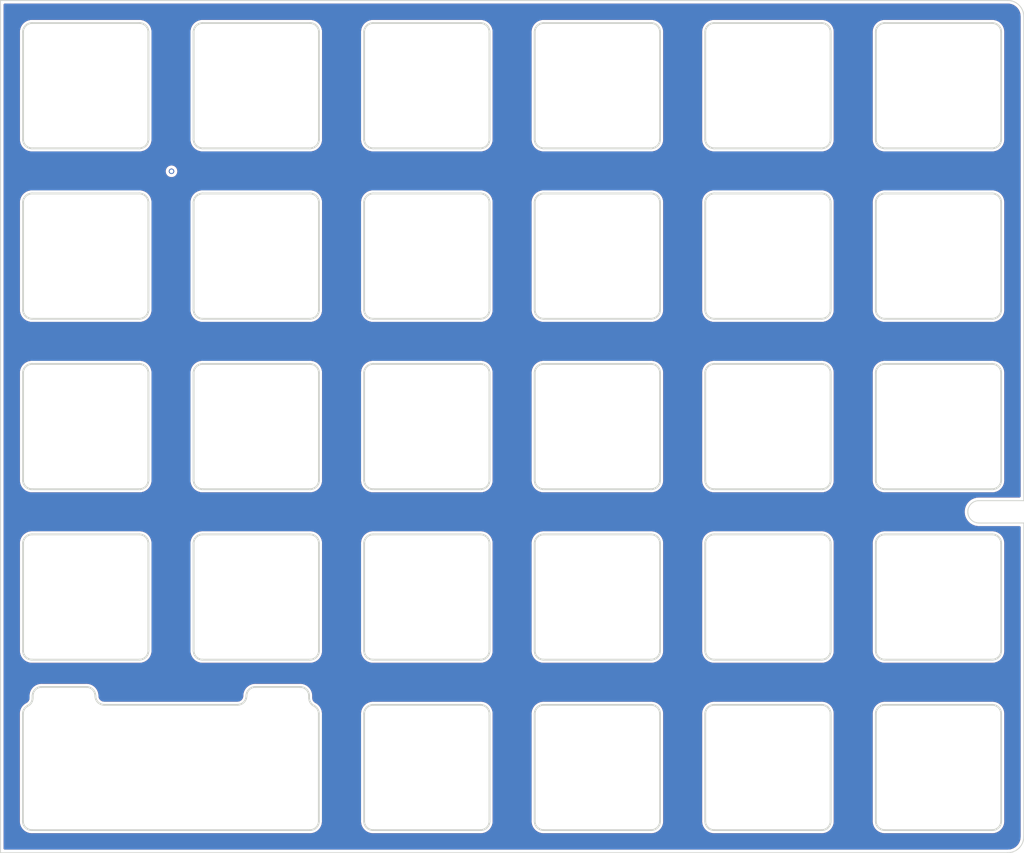
<source format=kicad_pcb>
(kicad_pcb (version 20211014) (generator pcbnew)
  (layers (0 "F.Cu" signal) (31 "B.Cu" signal) (34 "B.Paste" user) (35 "F.Paste" user) (36 "B.SilkS" user "B.Silkscreen") (37 "F.SilkS" user "F.Silkscreen") (38 "B.Mask" user) (39 "F.Mask" user) (44 "Edge.Cuts" user))
  (net 0 "")
  (gr_line (start 216.693932 108.406092) (end 216.693932 143.470433) (layer "Edge.Cuts") (width 0.1))
  (gr_line (start 102.393836 145.256372) (end 214.907993 145.256372) (layer "Edge.Cuts") (width 0.1))
  (gr_line (start 105.9185 109.681) (end 117.9185 109.681) (layer "Edge.Cuts") (width 0.2))
  (gr_line (start 104.9185 72.581) (end 104.9185 84.581) (layer "Edge.Cuts") (width 0.2))
  (gr_arc (start 182.1185 104.631) (mid 181.411393 104.338107) (end 181.1185 103.631) (layer "Edge.Cuts") (width 0.2))
  (gr_line (start 163.0685 90.631) (end 175.0685 90.631) (layer "Edge.Cuts") (width 0.2))
  (gr_line (start 104.9185 53.531) (end 104.9185 65.531) (layer "Edge.Cuts") (width 0.2))
  (gr_arc (start 211.694 108.407) (mid 210.444 107.157) (end 211.694 105.907) (layer "Edge.Cuts") (width 0.1))
  (gr_line (start 181.1185 72.581) (end 181.1185 84.581) (layer "Edge.Cuts") (width 0.2))
  (gr_arc (start 175.0685 109.681) (mid 175.775607 109.973893) (end 176.0685 110.681) (layer "Edge.Cuts") (width 0.2))
  (gr_line (start 181.1185 53.531) (end 181.1185 65.531) (layer "Edge.Cuts") (width 0.2))
  (gr_arc (start 182.1185 142.731) (mid 181.411393 142.438107) (end 181.1185 141.731) (layer "Edge.Cuts") (width 0.2))
  (gr_arc (start 175.0685 52.531) (mid 175.775607 52.823893) (end 176.0685 53.531) (layer "Edge.Cuts") (width 0.2))
  (gr_arc (start 137.9685 122.681) (mid 137.675607 123.388107) (end 136.9685 123.681) (layer "Edge.Cuts") (width 0.2))
  (gr_arc (start 176.0685 141.731) (mid 175.775607 142.438107) (end 175.0685 142.731) (layer "Edge.Cuts") (width 0.2))
  (gr_line (start 137.9685 65.531) (end 137.9685 53.531) (layer "Edge.Cuts") (width 0.2))
  (gr_arc (start 214.1685 122.681) (mid 213.875607 123.388107) (end 213.1685 123.681) (layer "Edge.Cuts") (width 0.2))
  (gr_line (start 162.0685 72.581) (end 162.0685 84.581) (layer "Edge.Cuts") (width 0.2))
  (gr_arc (start 176.0685 122.681) (mid 175.775607 123.388107) (end 175.0685 123.681) (layer "Edge.Cuts") (width 0.2))
  (gr_line (start 182.1185 90.631) (end 194.1185 90.631) (layer "Edge.Cuts") (width 0.2))
  (gr_arc (start 143.0185 91.631) (mid 143.311393 90.923893) (end 144.0185 90.631) (layer "Edge.Cuts") (width 0.2))
  (gr_line (start 195.1185 103.631) (end 195.1185 91.631) (layer "Edge.Cuts") (width 0.2))
  (gr_arc (start 123.9685 72.581) (mid 124.261393 71.873893) (end 124.9685 71.581) (layer "Edge.Cuts") (width 0.2))
  (gr_line (start 195.1185 141.731) (end 195.1185 129.731) (layer "Edge.Cuts") (width 0.2))
  (gr_arc (start 156.0185 71.581) (mid 156.725607 71.873893) (end 157.0185 72.581) (layer "Edge.Cuts") (width 0.2))
  (gr_arc (start 124.9685 123.681) (mid 124.261393 123.388107) (end 123.9685 122.681) (layer "Edge.Cuts") (width 0.2))
  (gr_arc (start 195.1185 141.731) (mid 194.825607 142.438107) (end 194.1185 142.731) (layer "Edge.Cuts") (width 0.2))
  (gr_arc (start 162.0685 91.631) (mid 162.361393 90.923893) (end 163.0685 90.631) (layer "Edge.Cuts") (width 0.2))
  (gr_arc (start 135.869001 126.731) (mid 136.576108 127.023894) (end 136.869001 127.731) (layer "Edge.Cuts") (width 0.2))
  (gr_line (start 181.1185 110.681) (end 181.1185 122.681) (layer "Edge.Cuts") (width 0.2))
  (gr_arc (start 195.1185 65.531) (mid 194.825607 66.238107) (end 194.1185 66.531) (layer "Edge.Cuts") (width 0.2))
  (gr_arc (start 143.0185 72.581) (mid 143.311393 71.873893) (end 144.0185 71.581) (layer "Edge.Cuts") (width 0.2))
  (gr_line (start 176.0685 141.731) (end 176.0685 129.731) (layer "Edge.Cuts") (width 0.2))
  (gr_arc (start 118.9185 103.631) (mid 118.625607 104.338107) (end 117.9185 104.631) (layer "Edge.Cuts") (width 0.2))
  (gr_arc (start 136.9685 71.581) (mid 137.675607 71.873893) (end 137.9685 72.581) (layer "Edge.Cuts") (width 0.2))
  (gr_line (start 213.1685 66.531) (end 201.1685 66.531) (layer "Edge.Cuts") (width 0.2))
  (gr_line (start 194.1185 85.581) (end 182.1185 85.581) (layer "Edge.Cuts") (width 0.2))
  (gr_arc (start 144.0185 123.681) (mid 143.311393 123.388107) (end 143.0185 122.681) (layer "Edge.Cuts") (width 0.2))
  (gr_arc (start 117.9185 52.531) (mid 118.625607 52.823893) (end 118.9185 53.531) (layer "Edge.Cuts") (width 0.2))
  (gr_arc (start 136.9685 109.681) (mid 137.675607 109.973893) (end 137.9685 110.681) (layer "Edge.Cuts") (width 0.2))
  (gr_arc (start 175.0685 90.631) (mid 175.775607 90.923893) (end 176.0685 91.631) (layer "Edge.Cuts") (width 0.2))
  (gr_arc (start 118.9185 65.531) (mid 118.625607 66.238107) (end 117.9185 66.531) (layer "Edge.Cuts") (width 0.2))
  (gr_arc (start 162.0685 72.581) (mid 162.361393 71.873893) (end 163.0685 71.581) (layer "Edge.Cuts") (width 0.2))
  (gr_arc (start 137.9685 103.631) (mid 137.675607 104.338107) (end 136.9685 104.631) (layer "Edge.Cuts") (width 0.2))
  (gr_line (start 123.9685 91.631) (end 123.9685 103.631) (layer "Edge.Cuts") (width 0.2))
  (gr_line (start 143.0185 129.731) (end 143.0185 141.731) (layer "Edge.Cuts") (width 0.2))
  (gr_arc (start 156.0185 128.731) (mid 156.725607 129.023893) (end 157.0185 129.731) (layer "Edge.Cuts") (width 0.2))
  (gr_arc (start 213.1685 109.681) (mid 213.875607 109.973893) (end 214.1685 110.681) (layer "Edge.Cuts") (width 0.2))
  (gr_line (start 117.9185 123.681) (end 105.9185 123.681) (layer "Edge.Cuts") (width 0.2))
  (gr_arc (start 143.0185 53.531) (mid 143.311393 52.823893) (end 144.0185 52.531) (layer "Edge.Cuts") (width 0.2))
  (gr_arc (start 182.1185 123.681) (mid 181.411393 123.388107) (end 181.1185 122.681) (layer "Edge.Cuts") (width 0.2))
  (gr_arc (start 156.0185 52.531) (mid 156.725607 52.823893) (end 157.0185 53.531) (layer "Edge.Cuts") (width 0.2))
  (gr_line (start 136.9685 123.681) (end 124.9685 123.681) (layer "Edge.Cuts") (width 0.2))
  (gr_arc (start 216.693932 143.470433) (mid 216.170843 144.733283) (end 214.907993 145.256372) (layer "Edge.Cuts") (width 0.1))
  (gr_line (start 200.1685 110.681) (end 200.1685 122.681) (layer "Edge.Cuts") (width 0.2))
  (gr_arc (start 105.9185 104.631) (mid 105.211393 104.338107) (end 104.9185 103.631) (layer "Edge.Cuts") (width 0.2))
  (gr_line (start 157.0185 65.531) (end 157.0185 53.531) (layer "Edge.Cuts") (width 0.2))
  (gr_arc (start 137.4125 128.841277) (mid 137.015639 128.472841) (end 136.869 127.951554) (layer "Edge.Cuts") (width 0.2))
  (gr_arc (start 194.1185 109.681) (mid 194.825607 109.973893) (end 195.1185 110.681) (layer "Edge.Cuts") (width 0.2))
  (gr_line (start 194.1185 142.731) (end 182.1185 142.731) (layer "Edge.Cuts") (width 0.2))
  (gr_arc (start 123.9685 91.631) (mid 124.261393 90.923893) (end 124.9685 90.631) (layer "Edge.Cuts") (width 0.2))
  (gr_line (start 163.0685 71.581) (end 175.0685 71.581) (layer "Edge.Cuts") (width 0.2))
  (gr_arc (start 194.1185 52.531) (mid 194.825607 52.823893) (end 195.1185 53.531) (layer "Edge.Cuts") (width 0.2))
  (gr_line (start 124.9685 109.681) (end 136.9685 109.681) (layer "Edge.Cuts") (width 0.2))
  (gr_arc (start 137.4125 128.841277) (mid 137.809377 129.209704) (end 137.956 129.731) (layer "Edge.Cuts") (width 0.2))
  (gr_arc (start 124.9685 104.631) (mid 124.261393 104.338107) (end 123.9685 103.631) (layer "Edge.Cuts") (width 0.2))
  (gr_line (start 176.0685 65.531) (end 176.0685 53.531) (layer "Edge.Cuts") (width 0.2))
  (gr_arc (start 181.1185 110.681) (mid 181.411393 109.973893) (end 182.1185 109.681) (layer "Edge.Cuts") (width 0.2))
  (gr_line (start 200.1685 53.531) (end 200.1685 65.531) (layer "Edge.Cuts") (width 0.2))
  (gr_line (start 105.9185 52.531) (end 117.9185 52.531) (layer "Edge.Cuts") (width 0.2))
  (gr_arc (start 200.1685 72.581) (mid 200.461393 71.873893) (end 201.1685 71.581) (layer "Edge.Cuts") (width 0.2))
  (gr_line (start 200.1685 91.631) (end 200.1685 103.631) (layer "Edge.Cuts") (width 0.2))
  (gr_arc (start 213.1685 128.731) (mid 213.875607 129.023893) (end 214.1685 129.731) (layer "Edge.Cuts") (width 0.2))
  (gr_arc (start 105.9185 66.531) (mid 105.211393 66.238107) (end 104.9185 65.531) (layer "Edge.Cuts") (width 0.2))
  (gr_line (start 136.9685 85.581) (end 124.9685 85.581) (layer "Edge.Cuts") (width 0.2))
  (gr_line (start 137.9685 122.681) (end 137.9685 110.681) (layer "Edge.Cuts") (width 0.2))
  (gr_arc (start 113.993 128.731) (mid 113.2859 128.438104) (end 112.993 127.731) (layer "Edge.Cuts") (width 0.2))
  (gr_line (start 162.0685 91.631) (end 162.0685 103.631) (layer "Edge.Cuts") (width 0.2))
  (gr_arc (start 181.1185 53.531) (mid 181.411393 52.823893) (end 182.1185 52.531) (layer "Edge.Cuts") (width 0.2))
  (gr_line (start 182.1185 128.731) (end 194.1185 128.731) (layer "Edge.Cuts") (width 0.2))
  (gr_line (start 117.9185 66.531) (end 105.9185 66.531) (layer "Edge.Cuts") (width 0.2))
  (gr_arc (start 144.0185 85.581) (mid 143.311393 85.288107) (end 143.0185 84.581) (layer "Edge.Cuts") (width 0.2))
  (gr_line (start 214.1685 122.681) (end 214.1685 110.681) (layer "Edge.Cuts") (width 0.2))
  (gr_arc (start 111.993 126.731) (mid 112.700114 127.02389) (end 112.993 127.731) (layer "Edge.Cuts") (width 0.2))
  (gr_line (start 201.1685 52.531) (end 213.1685 52.531) (layer "Edge.Cuts") (width 0.2))
  (gr_line (start 136.9685 66.531) (end 124.9685 66.531) (layer "Edge.Cuts") (width 0.2))
  (gr_arc (start 163.0685 142.731) (mid 162.361393 142.438107) (end 162.0685 141.731) (layer "Edge.Cuts") (width 0.2))
  (gr_line (start 175.0685 85.581) (end 163.0685 85.581) (layer "Edge.Cuts") (width 0.2))
  (gr_line (start 216.693932 51.792231) (end 216.693932 105.906588) (layer "Edge.Cuts") (width 0.1))
  (gr_arc (start 157.0185 103.631) (mid 156.725607 104.338107) (end 156.0185 104.631) (layer "Edge.Cuts") (width 0.2))
  (gr_line (start 144.0185 109.681) (end 156.0185 109.681) (layer "Edge.Cuts") (width 0.2))
  (gr_line (start 162.0685 110.681) (end 162.0685 122.681) (layer "Edge.Cuts") (width 0.2))
  (gr_line (start 195.1185 122.681) (end 195.1185 110.681) (layer "Edge.Cuts") (width 0.2))
  (gr_line (start 194.1185 123.681) (end 182.1185 123.681) (layer "Edge.Cuts") (width 0.2))
  (gr_line (start 118.9185 122.681) (end 118.9185 110.681) (layer "Edge.Cuts") (width 0.2))
  (gr_arc (start 104.9185 110.681) (mid 105.211393 109.973893) (end 105.9185 109.681) (layer "Edge.Cuts") (width 0.2))
  (gr_arc (start 200.1685 91.631) (mid 200.461393 90.923893) (end 201.1685 90.631) (layer "Edge.Cuts") (width 0.2))
  (gr_line (start 124.9685 90.631) (end 136.9685 90.631) (layer "Edge.Cuts") (width 0.2))
  (gr_line (start 118.9185 84.581) (end 118.9185 72.581) (layer "Edge.Cuts") (width 0.2))
  (gr_line (start 124.9685 52.531) (end 136.9685 52.531) (layer "Edge.Cuts") (width 0.2))
  (gr_line (start 144.0185 128.731) (end 156.0185 128.731) (layer "Edge.Cuts") (width 0.2))
  (gr_line (start 106.993 126.731) (end 111.993 126.731) (layer "Edge.Cuts") (width 0.2))
  (gr_line (start 143.0185 72.581) (end 143.0185 84.581) (layer "Edge.Cuts") (width 0.2))
  (gr_line (start 157.0185 122.681) (end 157.0185 110.681) (layer "Edge.Cuts") (width 0.2))
  (gr_line (start 143.0185 53.531) (end 143.0185 65.531) (layer "Edge.Cuts") (width 0.2))
  (gr_arc (start 163.0685 123.681) (mid 162.361393 123.388107) (end 162.0685 122.681) (layer "Edge.Cuts") (width 0.2))
  (gr_line (start 195.1185 84.581) (end 195.1185 72.581) (layer "Edge.Cuts") (width 0.2))
  (gr_line (start 102.393836 50.006292) (end 102.393836 145.256372) (layer "Edge.Cuts") (width 0.1))
  (gr_line (start 157.0185 84.581) (end 157.0185 72.581) (layer "Edge.Cuts") (width 0.2))
  (gr_arc (start 144.0185 142.731) (mid 143.311393 142.438107) (end 143.0185 141.731) (layer "Edge.Cuts") (width 0.2))
  (gr_arc (start 137.9685 65.531) (mid 137.675607 66.238107) (end 136.9685 66.531) (layer "Edge.Cuts") (width 0.2))
  (gr_line (start 156.0185 104.631) (end 144.0185 104.631) (layer "Edge.Cuts") (width 0.2))
  (gr_arc (start 214.1685 84.581) (mid 213.875607 85.288107) (end 213.1685 85.581) (layer "Edge.Cuts") (width 0.2))
  (gr_line (start 214.907993 50.006292) (end 102.393836 50.006292) (layer "Edge.Cuts") (width 0.1))
  (gr_line (start 175.0685 66.531) (end 163.0685 66.531) (layer "Edge.Cuts") (width 0.2))
  (gr_line (start 136.956 142.731) (end 105.906 142.731) (layer "Edge.Cuts") (width 0.2))
  (gr_line (start 214.1685 103.631) (end 214.1685 91.631) (layer "Edge.Cuts") (width 0.2))
  (gr_arc (start 136.9685 52.531) (mid 137.675607 52.823893) (end 137.9685 53.531) (layer "Edge.Cuts") (width 0.2))
  (gr_arc (start 117.9185 90.631) (mid 118.625607 90.923893) (end 118.9185 91.631) (layer "Edge.Cuts") (width 0.2))
  (gr_arc (start 162.0685 129.731) (mid 162.361393 129.023893) (end 163.0685 128.731) (layer "Edge.Cuts") (width 0.2))
  (gr_line (start 104.9185 91.631) (end 104.9185 103.631) (layer "Edge.Cuts") (width 0.2))
  (gr_arc (start 143.0185 129.731) (mid 143.311393 129.023893) (end 144.0185 128.731) (layer "Edge.Cuts") (width 0.2))
  (gr_arc (start 214.1685 141.731) (mid 213.875607 142.438107) (end 213.1685 142.731) (layer "Edge.Cuts") (width 0.2))
  (gr_arc (start 195.1185 122.681) (mid 194.825607 123.388107) (end 194.1185 123.681) (layer "Edge.Cuts") (width 0.2))
  (gr_line (start 175.0685 142.731) (end 163.0685 142.731) (layer "Edge.Cuts") (width 0.2))
  (gr_line (start 156.0185 66.531) (end 144.0185 66.531) (layer "Edge.Cuts") (width 0.2))
  (gr_arc (start 144.0185 104.631) (mid 143.311393 104.338107) (end 143.0185 103.631) (layer "Edge.Cuts") (width 0.2))
  (gr_arc (start 163.0685 66.531) (mid 162.361393 66.238107) (end 162.0685 65.531) (layer "Edge.Cuts") (width 0.2))
  (gr_arc (start 156.0185 109.681) (mid 156.725607 109.973893) (end 157.0185 110.681) (layer "Edge.Cuts") (width 0.2))
  (gr_arc (start 176.0685 65.531) (mid 175.775607 66.238107) (end 175.0685 66.531) (layer "Edge.Cuts") (width 0.2))
  (gr_line (start 123.9685 110.681) (end 123.9685 122.681) (layer "Edge.Cuts") (width 0.2))
  (gr_arc (start 176.0685 103.631) (mid 175.775607 104.338107) (end 175.0685 104.631) (layer "Edge.Cuts") (width 0.2))
  (gr_arc (start 104.906 129.731) (mid 105.052626 129.209705) (end 105.4495 128.841277) (layer "Edge.Cuts") (width 0.2))
  (gr_line (start 157.0185 141.731) (end 157.0185 129.731) (layer "Edge.Cuts") (width 0.2))
  (gr_line (start 144.0185 90.631) (end 156.0185 90.631) (layer "Edge.Cuts") (width 0.2))
  (gr_arc (start 124.9685 85.581) (mid 124.261393 85.288107) (end 123.9685 84.581) (layer "Edge.Cuts") (width 0.2))
  (gr_arc (start 175.0685 71.581) (mid 175.775607 71.873893) (end 176.0685 72.581) (layer "Edge.Cuts") (width 0.2))
  (gr_arc (start 118.9185 122.681) (mid 118.625607 123.388107) (end 117.9185 123.681) (layer "Edge.Cuts") (width 0.2))
  (gr_arc (start 123.9685 110.681) (mid 124.261393 109.973893) (end 124.9685 109.681) (layer "Edge.Cuts") (width 0.2))
  (gr_line (start 118.9185 103.631) (end 118.9185 91.631) (layer "Edge.Cuts") (width 0.2))
  (gr_line (start 124.9685 71.581) (end 136.9685 71.581) (layer "Edge.Cuts") (width 0.2))
  (gr_line (start 182.1185 109.681) (end 194.1185 109.681) (layer "Edge.Cuts") (width 0.2))
  (gr_line (start 213.1685 104.631) (end 201.1685 104.631) (layer "Edge.Cuts") (width 0.2))
  (gr_arc (start 194.1185 90.631) (mid 194.825607 90.923893) (end 195.1185 91.631) (layer "Edge.Cuts") (width 0.2))
  (gr_arc (start 129.869 127.731) (mid 129.576109 128.438109) (end 128.869 128.731) (layer "Edge.Cuts") (width 0.2))
  (gr_line (start 213.1685 85.581) (end 201.1685 85.581) (layer "Edge.Cuts") (width 0.2))
  (gr_line (start 214.1685 141.731) (end 214.1685 129.731) (layer "Edge.Cuts") (width 0.2))
  (gr_line (start 143.0185 91.631) (end 143.0185 103.631) (layer "Edge.Cuts") (width 0.2))
  (gr_arc (start 105.993 127.951554) (mid 105.846387 128.472855) (end 105.4495 128.841277) (layer "Edge.Cuts") (width 0.2))
  (gr_line (start 163.0685 52.531) (end 175.0685 52.531) (layer "Edge.Cuts") (width 0.2))
  (gr_line (start 181.1185 91.631) (end 181.1185 103.631) (layer "Edge.Cuts") (width 0.2))
  (gr_arc (start 214.1685 65.531) (mid 213.875607 66.238107) (end 213.1685 66.531) (layer "Edge.Cuts") (width 0.2))
  (gr_line (start 201.1685 128.731) (end 213.1685 128.731) (layer "Edge.Cuts") (width 0.2))
  (gr_arc (start 181.1185 91.631) (mid 181.411393 90.923893) (end 182.1185 90.631) (layer "Edge.Cuts") (width 0.2))
  (gr_arc (start 201.1685 123.681) (mid 200.461393 123.388107) (end 200.1685 122.681) (layer "Edge.Cuts") (width 0.2))
  (gr_arc (start 201.1685 142.731) (mid 200.461393 142.438107) (end 200.1685 141.731) (layer "Edge.Cuts") (width 0.2))
  (gr_line (start 195.1185 65.531) (end 195.1185 53.531) (layer "Edge.Cuts") (width 0.2))
  (gr_line (start 182.1185 71.581) (end 194.1185 71.581) (layer "Edge.Cuts") (width 0.2))
  (gr_line (start 201.1685 109.681) (end 213.1685 109.681) (layer "Edge.Cuts") (width 0.2))
  (gr_arc (start 137.956 141.731) (mid 137.663107 142.438107) (end 136.956 142.731) (layer "Edge.Cuts") (width 0.2))
  (gr_arc (start 175.0685 128.731) (mid 175.775607 129.023893) (end 176.0685 129.731) (layer "Edge.Cuts") (width 0.2))
  (gr_line (start 104.9185 110.681) (end 104.9185 122.681) (layer "Edge.Cuts") (width 0.2))
  (gr_line (start 181.1185 129.731) (end 181.1185 141.731) (layer "Edge.Cuts") (width 0.2))
  (gr_line (start 156.0185 123.681) (end 144.0185 123.681) (layer "Edge.Cuts") (width 0.2))
  (gr_line (start 117.9185 85.581) (end 105.9185 85.581) (layer "Edge.Cuts") (width 0.2))
  (gr_arc (start 124.9685 66.531) (mid 124.261393 66.238107) (end 123.9685 65.531) (layer "Edge.Cuts") (width 0.2))
  (gr_arc (start 194.1185 128.731) (mid 194.825607 129.023893) (end 195.1185 129.731) (layer "Edge.Cuts") (width 0.2))
  (gr_line (start 194.1185 104.631) (end 182.1185 104.631) (layer "Edge.Cuts") (width 0.2))
  (gr_line (start 200.1685 129.731) (end 200.1685 141.731) (layer "Edge.Cuts") (width 0.2))
  (gr_line (start 143.0185 110.681) (end 143.0185 122.681) (layer "Edge.Cuts") (width 0.2))
  (gr_line (start 162.0685 53.531) (end 162.0685 65.531) (layer "Edge.Cuts") (width 0.2))
  (gr_line (start 176.0685 84.581) (end 176.0685 72.581) (layer "Edge.Cuts") (width 0.2))
  (gr_line (start 211.694 108.407) (end 216.693932 108.406092) (layer "Edge.Cuts") (width 0.1))
  (gr_line (start 214.1685 65.531) (end 214.1685 53.531) (layer "Edge.Cuts") (width 0.2))
  (gr_line (start 117.9185 104.631) (end 105.9185 104.631) (layer "Edge.Cuts") (width 0.2))
  (gr_arc (start 200.1685 53.531) (mid 200.461393 52.823893) (end 201.1685 52.531) (layer "Edge.Cuts") (width 0.2))
  (gr_line (start 213.1685 142.731) (end 201.1685 142.731) (layer "Edge.Cuts") (width 0.2))
  (gr_arc (start 104.9185 53.531) (mid 105.211393 52.823893) (end 105.9185 52.531) (layer "Edge.Cuts") (width 0.2))
  (gr_arc (start 143.0185 110.681) (mid 143.311393 109.973893) (end 144.0185 109.681) (layer "Edge.Cuts") (width 0.2))
  (gr_arc (start 105.992999 127.731) (mid 106.285894 127.023895) (end 106.992999 126.731) (layer "Edge.Cuts") (width 0.2))
  (gr_arc (start 136.9685 90.631) (mid 137.675607 90.923893) (end 137.9685 91.631) (layer "Edge.Cuts") (width 0.2))
  (gr_arc (start 194.1185 71.581) (mid 194.825607 71.873893) (end 195.1185 72.581) (layer "Edge.Cuts") (width 0.2))
  (gr_line (start 214.1685 84.581) (end 214.1685 72.581) (layer "Edge.Cuts") (width 0.2))
  (gr_arc (start 181.1185 72.581) (mid 181.411393 71.873893) (end 182.1185 71.581) (layer "Edge.Cuts") (width 0.2))
  (gr_line (start 123.9685 72.581) (end 123.9685 84.581) (layer "Edge.Cuts") (width 0.2))
  (gr_arc (start 144.0185 66.531) (mid 143.311393 66.238107) (end 143.0185 65.531) (layer "Edge.Cuts") (width 0.2))
  (gr_line (start 182.1185 52.531) (end 194.1185 52.531) (layer "Edge.Cuts") (width 0.2))
  (gr_arc (start 214.907993 50.006292) (mid 216.170843 50.529381) (end 216.693932 51.792231) (layer "Edge.Cuts") (width 0.1))
  (gr_line (start 156.0185 142.731) (end 144.0185 142.731) (layer "Edge.Cuts") (width 0.2))
  (gr_line (start 136.9685 104.631) (end 124.9685 104.631) (layer "Edge.Cuts") (width 0.2))
  (gr_line (start 201.1685 90.631) (end 213.1685 90.631) (layer "Edge.Cuts") (width 0.2))
  (gr_arc (start 214.1685 103.631) (mid 213.875607 104.338107) (end 213.1685 104.631) (layer "Edge.Cuts") (width 0.2))
  (gr_line (start 118.9185 65.531) (end 118.9185 53.531) (layer "Edge.Cuts") (width 0.2))
  (gr_arc (start 117.9185 71.581) (mid 118.625607 71.873893) (end 118.9185 72.581) (layer "Edge.Cuts") (width 0.2))
  (gr_line (start 137.9685 84.581) (end 137.9685 72.581) (layer "Edge.Cuts") (width 0.2))
  (gr_arc (start 162.0685 110.681) (mid 162.361393 109.973893) (end 163.0685 109.681) (layer "Edge.Cuts") (width 0.2))
  (gr_line (start 104.906 141.731) (end 104.906 129.731) (layer "Edge.Cuts") (width 0.2))
  (gr_line (start 163.0685 128.731) (end 175.0685 128.731) (layer "Edge.Cuts") (width 0.2))
  (gr_line (start 156.0185 85.581) (end 144.0185 85.581) (layer "Edge.Cuts") (width 0.2))
  (gr_arc (start 195.1185 84.581) (mid 194.825607 85.288107) (end 194.1185 85.581) (layer "Edge.Cuts") (width 0.2))
  (gr_arc (start 201.1685 104.631) (mid 200.461393 104.338107) (end 200.1685 103.631) (layer "Edge.Cuts") (width 0.2))
  (gr_arc (start 213.1685 90.631) (mid 213.875607 90.923893) (end 214.1685 91.631) (layer "Edge.Cuts") (width 0.2))
  (gr_line (start 162.0685 129.731) (end 162.0685 141.731) (layer "Edge.Cuts") (width 0.2))
  (gr_arc (start 117.9185 109.681) (mid 118.625607 109.973893) (end 118.9185 110.681) (layer "Edge.Cuts") (width 0.2))
  (gr_line (start 175.0685 123.681) (end 163.0685 123.681) (layer "Edge.Cuts") (width 0.2))
  (gr_arc (start 104.9185 72.581) (mid 105.211393 71.873893) (end 105.9185 71.581) (layer "Edge.Cuts") (width 0.2))
  (gr_arc (start 105.9185 85.581) (mid 105.211393 85.288107) (end 104.9185 84.581) (layer "Edge.Cuts") (width 0.2))
  (gr_arc (start 176.0685 84.581) (mid 175.775607 85.288107) (end 175.0685 85.581) (layer "Edge.Cuts") (width 0.2))
  (gr_arc (start 200.1685 129.731) (mid 200.461393 129.023893) (end 201.1685 128.731) (layer "Edge.Cuts") (width 0.2))
  (gr_arc (start 195.1185 103.631) (mid 194.825607 104.338107) (end 194.1185 104.631) (layer "Edge.Cuts") (width 0.2))
  (gr_arc (start 162.0685 53.531) (mid 162.361393 52.823893) (end 163.0685 52.531) (layer "Edge.Cuts") (width 0.2))
  (gr_arc (start 201.1685 85.581) (mid 200.461393 85.288107) (end 200.1685 84.581) (layer "Edge.Cuts") (width 0.2))
  (gr_arc (start 105.906 142.731) (mid 105.1989 142.438104) (end 104.906 141.731) (layer "Edge.Cuts") (width 0.2))
  (gr_arc (start 163.0685 85.581) (mid 162.361393 85.288107) (end 162.0685 84.581) (layer "Edge.Cuts") (width 0.2))
  (gr_arc (start 157.0185 65.531) (mid 156.725607 66.238107) (end 156.0185 66.531) (layer "Edge.Cuts") (width 0.2))
  (gr_arc (start 156.0185 90.631) (mid 156.725607 90.923893) (end 157.0185 91.631) (layer "Edge.Cuts") (width 0.2))
  (gr_arc (start 105.9185 123.681) (mid 105.211393 123.388107) (end 104.9185 122.681) (layer "Edge.Cuts") (width 0.2))
  (gr_arc (start 181.1185 129.731) (mid 181.411393 129.023893) (end 182.1185 128.731) (layer "Edge.Cuts") (width 0.2))
  (gr_arc (start 201.1685 66.531) (mid 200.461393 66.238107) (end 200.1685 65.531) (layer "Edge.Cuts") (width 0.2))
  (gr_arc (start 200.1685 110.681) (mid 200.461393 109.973893) (end 201.1685 109.681) (layer "Edge.Cuts") (width 0.2))
  (gr_arc (start 157.0185 122.681) (mid 156.725607 123.388107) (end 156.0185 123.681) (layer "Edge.Cuts") (width 0.2))
  (gr_line (start 144.0185 71.581) (end 156.0185 71.581) (layer "Edge.Cuts") (width 0.2))
  (gr_arc (start 104.9185 91.631) (mid 105.211393 90.923893) (end 105.9185 90.631) (layer "Edge.Cuts") (width 0.2))
  (gr_arc (start 123.9685 53.531) (mid 124.261393 52.823893) (end 124.9685 52.531) (layer "Edge.Cuts") (width 0.2))
  (gr_line (start 105.9185 90.631) (end 117.9185 90.631) (layer "Edge.Cuts") (width 0.2))
  (gr_arc (start 157.0185 84.581) (mid 156.725607 85.288107) (end 156.0185 85.581) (layer "Edge.Cuts") (width 0.2))
  (gr_line (start 157.0185 103.631) (end 157.0185 91.631) (layer "Edge.Cuts") (width 0.2))
  (gr_line (start 113.993 128.731) (end 128.869 128.731) (layer "Edge.Cuts") (width 0.2))
  (gr_line (start 123.9685 53.531) (end 123.9685 65.531) (layer "Edge.Cuts") (width 0.2))
  (gr_arc (start 129.869 127.731) (mid 130.161895 127.023895) (end 130.869 126.731) (layer "Edge.Cuts") (width 0.2))
  (gr_line (start 194.1185 66.531) (end 182.1185 66.531) (layer "Edge.Cuts") (width 0.2))
  (gr_line (start 105.992999 127.951554) (end 105.992999 127.731) (layer "Edge.Cuts") (width 0.2))
  (gr_arc (start 213.1685 52.531) (mid 213.875607 52.823893) (end 214.1685 53.531) (layer "Edge.Cuts") (width 0.2))
  (gr_arc (start 157.0185 141.731) (mid 156.725607 142.438107) (end 156.0185 142.731) (layer "Edge.Cuts") (width 0.2))
  (gr_line (start 137.9685 103.631) (end 137.9685 91.631) (layer "Edge.Cuts") (width 0.2))
  (gr_line (start 105.9185 71.581) (end 117.9185 71.581) (layer "Edge.Cuts") (width 0.2))
  (gr_line (start 176.0685 103.631) (end 176.0685 91.631) (layer "Edge.Cuts") (width 0.2))
  (gr_arc (start 163.0685 104.631) (mid 162.361393 104.338107) (end 162.0685 103.631) (layer "Edge.Cuts") (width 0.2))
  (gr_line (start 137.956 129.731) (end 137.956 141.731) (layer "Edge.Cuts") (width 0.2))
  (gr_line (start 136.869001 127.731) (end 136.869001 127.951554) (layer "Edge.Cuts") (width 0.2))
  (gr_arc (start 182.1185 85.581) (mid 181.411393 85.288107) (end 181.1185 84.581) (layer "Edge.Cuts") (width 0.2))
  (gr_arc (start 118.9185 84.581) (mid 118.625607 85.288107) (end 117.9185 85.581) (layer "Edge.Cuts") (width 0.2))
  (gr_line (start 175.0685 104.631) (end 163.0685 104.631) (layer "Edge.Cuts") (width 0.2))
  (gr_line (start 201.1685 71.581) (end 213.1685 71.581) (layer "Edge.Cuts") (width 0.2))
  (gr_arc (start 182.1185 66.531) (mid 181.411393 66.238107) (end 181.1185 65.531) (layer "Edge.Cuts") (width 0.2))
  (gr_arc (start 137.9685 84.581) (mid 137.675607 85.288107) (end 136.9685 85.581) (layer "Edge.Cuts") (width 0.2))
  (gr_line (start 211.694 105.907) (end 216.693932 105.906588) (layer "Edge.Cuts") (width 0.1))
  (gr_line (start 213.1685 123.681) (end 201.1685 123.681) (layer "Edge.Cuts") (width 0.2))
  (gr_line (start 176.0685 122.681) (end 176.0685 110.681) (layer "Edge.Cuts") (width 0.2))
  (gr_line (start 163.0685 109.681) (end 175.0685 109.681) (layer "Edge.Cuts") (width 0.2))
  (gr_line (start 130.869 126.731) (end 135.869 126.731) (layer "Edge.Cuts") (width 0.2))
  (gr_line (start 200.1685 72.581) (end 200.1685 84.581) (layer "Edge.Cuts") (width 0.2))
  (gr_line (start 144.0185 52.531) (end 156.0185 52.531) (layer "Edge.Cuts") (width 0.2))
  (gr_arc (start 213.1685 71.581) (mid 213.875607 71.873893) (end 214.1685 72.581) (layer "Edge.Cuts") (width 0.2))
  (via (at 121.5 69.1) (size 0.6) (drill 0.4) (layers "F.Cu" "B.Cu") (net 0))
  (zone (net 0) (net_name "") (layer "F.Cu") (connect_pads (clearance 0.35)) (min_thickness 0.254) (fill yes (thermal_gap 0.508) (thermal_bridge_width 0.508))
    (polygon (pts (xy 216.693932 145.256372) (xy 102.393836 145.256372) (xy 102.393836 50.006292) (xy 216.693932 50.006292)))
  )
  (zone (net 0) (net_name "") (layer "B.Cu") (connect_pads (clearance 0.35)) (min_thickness 0.254) (fill yes (thermal_gap 0.508) (thermal_bridge_width 0.508))
    (polygon (pts (xy 216.693932 145.256372) (xy 102.393836 145.256372) (xy 102.393836 50.006292) (xy 216.693932 50.006292)))
  )
)
</source>
